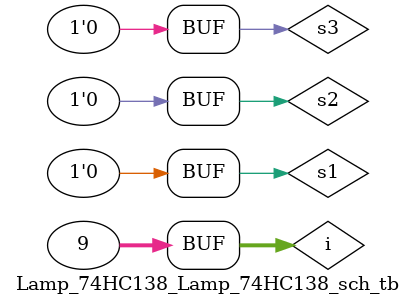
<source format=v>

`timescale 1ns / 1ps

module Lamp_74HC138_Lamp_74HC138_sch_tb();

// Inputs
   reg s1;
   reg s2;
   reg s3;

// Output
   wire F;

// Bidirs

// Instantiate the UUT
   Lamp_74HC138 UUT (
		.s1(s1), 
		.s2(s2), 
		.s3(s3), 
		.F(F)
   );
	
	integer i=0;

// Initialize Inputs
//   `ifdef auto_init
       initial begin
		s1 = 0;
		s2 = 0;
		s3 = 0;
//   `endif

		// Wait 50 ns for global reset to finish
		#50;
	
		// Add stimulus here

		for (i=1; i<9;i=i+1) begin
		{s3,s2,s1}={s3,s2,s1}+1;
		#50;
		end
		
	end
	
	
	
endmodule

</source>
